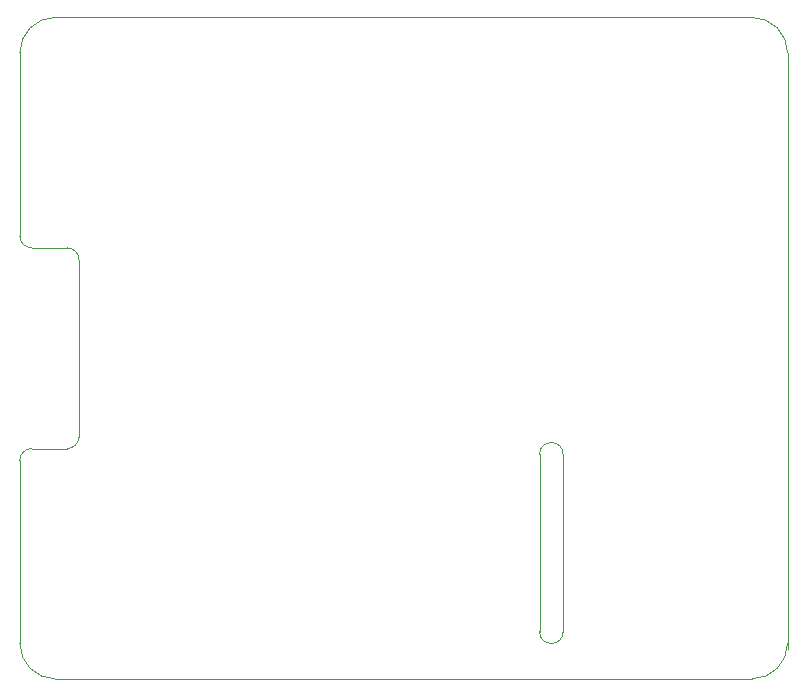
<source format=gbr>
G04 #@! TF.FileFunction,Profile,NP*
%FSLAX46Y46*%
G04 Gerber Fmt 4.6, Leading zero omitted, Abs format (unit mm)*
G04 Created by KiCad (PCBNEW 4.0.5) date 2017 April 15, Saturday 18:49:04*
%MOMM*%
%LPD*%
G01*
G04 APERTURE LIST*
%ADD10C,0.100000*%
G04 APERTURE END LIST*
D10*
X194032000Y-47188000D02*
G75*
G03X191032000Y-44188000I-3000000J0D01*
G01*
X132032000Y-44188000D02*
X191032000Y-44188000D01*
X132032000Y-44188000D02*
G75*
G03X129032000Y-47188000I0J-3000000D01*
G01*
X175032000Y-96188000D02*
G75*
G02X173032000Y-96188000I-1000000J0D01*
G01*
X175032000Y-81188000D02*
G75*
G03X173032000Y-81188000I-1000000J0D01*
G01*
X175032000Y-81188000D02*
X175032000Y-96188000D01*
X173032000Y-81188000D02*
X173032000Y-96188000D01*
X130032000Y-80688000D02*
G75*
G03X129032000Y-81688000I0J-1000000D01*
G01*
X133032000Y-80688000D02*
G75*
G03X134032000Y-79688000I0J1000000D01*
G01*
X134032000Y-64688000D02*
G75*
G03X133032000Y-63688000I-1000000J0D01*
G01*
X129032000Y-62688000D02*
G75*
G03X130032000Y-63688000I1000000J0D01*
G01*
X191032000Y-100188000D02*
G75*
G03X194032000Y-97188000I0J3000000D01*
G01*
X129032000Y-97188000D02*
G75*
G03X132032000Y-100188000I3000000J0D01*
G01*
X129032000Y-81688000D02*
X129032000Y-97188000D01*
X129032000Y-46688000D02*
X129032000Y-62688000D01*
X130032000Y-80688000D02*
X133032000Y-80688000D01*
X130032000Y-63688000D02*
X133032000Y-63688000D01*
X134032000Y-64688000D02*
X134032000Y-79688000D01*
X132032000Y-100188000D02*
X191032000Y-100188000D01*
X194032000Y-47196000D02*
X194032000Y-97696000D01*
M02*

</source>
